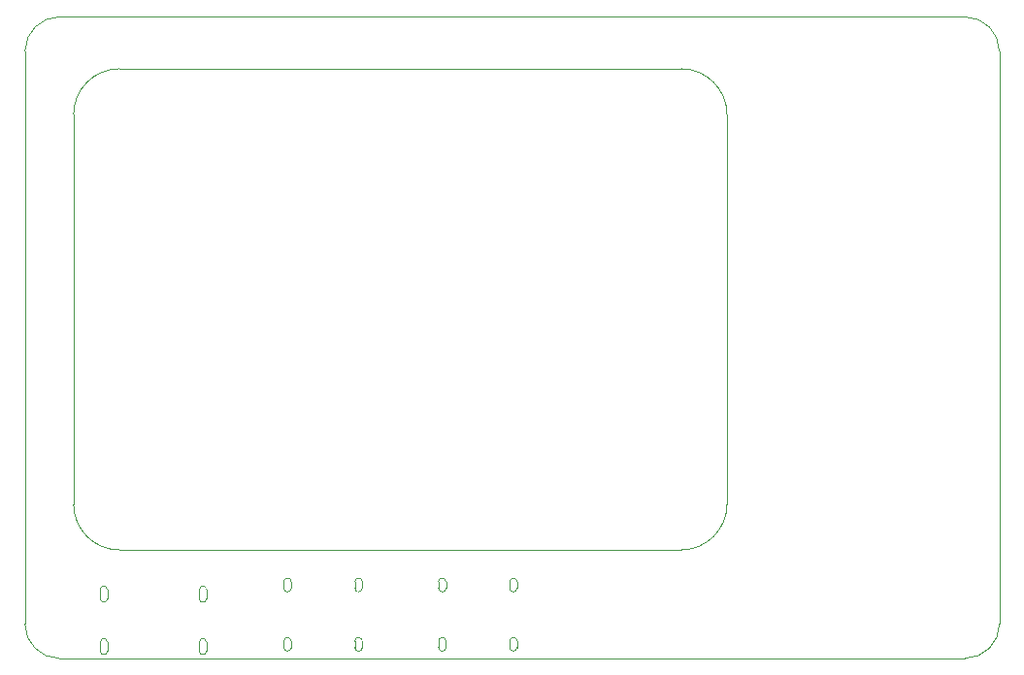
<source format=gbr>
%TF.GenerationSoftware,KiCad,Pcbnew,(5.99.0-10407-g1e8b23402c)*%
%TF.CreationDate,2021-06-04T12:52:52-06:00*%
%TF.ProjectId,mezzanine,6d657a7a-616e-4696-9e65-2e6b69636164,rev?*%
%TF.SameCoordinates,Original*%
%TF.FileFunction,Profile,NP*%
%FSLAX46Y46*%
G04 Gerber Fmt 4.6, Leading zero omitted, Abs format (unit mm)*
G04 Created by KiCad (PCBNEW (5.99.0-10407-g1e8b23402c)) date 2021-06-04 12:52:52*
%MOMM*%
%LPD*%
G01*
G04 APERTURE LIST*
%TA.AperFunction,Profile*%
%ADD10C,0.100000*%
%TD*%
%TA.AperFunction,Profile*%
%ADD11C,0.030000*%
%TD*%
G04 APERTURE END LIST*
D10*
X105000000Y-73000000D02*
G75*
G02*
X102000000Y-76000000I-3000000J0D01*
G01*
X81240000Y-28530000D02*
X81240000Y-62530000D01*
X81240000Y-62530000D02*
G75*
G02*
X77240000Y-66530000I-4000000J0D01*
G01*
X23000000Y-20000000D02*
X102000000Y-20000000D01*
X20000000Y-73000000D02*
X20000000Y-23000000D01*
X24240000Y-62530000D02*
G75*
G03*
X28240000Y-66530000I4000000J0D01*
G01*
X105000000Y-73000000D02*
X105000000Y-23000000D01*
X77240000Y-24530000D02*
G75*
G02*
X81240000Y-28530000I0J-4000000D01*
G01*
X20000000Y-73000000D02*
G75*
G03*
X23000000Y-76000000I3000000J0D01*
G01*
X20000000Y-23000000D02*
G75*
G02*
X23000000Y-20000000I3000000J0D01*
G01*
X77240000Y-66530000D02*
X28240000Y-66530000D01*
X28240000Y-24530000D02*
X77240000Y-24530000D01*
X105000000Y-23000000D02*
G75*
G03*
X102000000Y-20000000I-3000000J0D01*
G01*
X24240000Y-28530000D02*
G75*
G02*
X28240000Y-24530000I4000000J0D01*
G01*
X24240000Y-62530000D02*
X24240000Y-28530000D01*
X23000000Y-76000000D02*
X102000000Y-76000000D01*
D11*
%TO.C,J3*%
X49425000Y-75050000D02*
X49425000Y-74500000D01*
X48775000Y-74500000D02*
X48775000Y-75050000D01*
X43225000Y-75050000D02*
X43225000Y-74500000D01*
X49425000Y-69875000D02*
X49425000Y-69325000D01*
X43230000Y-69325000D02*
X43230000Y-69875000D01*
X42575000Y-74500000D02*
X42575000Y-75050000D01*
X42570000Y-69875000D02*
X42570000Y-69325000D01*
X48775000Y-69325000D02*
X48775000Y-69875000D01*
X42570000Y-69325000D02*
G75*
G02*
X43230000Y-69325000I330000J0D01*
G01*
X48775000Y-69325000D02*
G75*
G02*
X49425000Y-69325000I325000J0D01*
G01*
X42575000Y-75050000D02*
G75*
G03*
X43225000Y-75050000I325000J0D01*
G01*
X42570000Y-69875000D02*
G75*
G03*
X43230000Y-69875000I330000J0D01*
G01*
X48775000Y-75050000D02*
G75*
G03*
X49425000Y-75050000I325000J0D01*
G01*
X42575000Y-74500000D02*
G75*
G02*
X43225000Y-74500000I325000J0D01*
G01*
X48775000Y-69875000D02*
G75*
G03*
X49425000Y-69875000I325000J0D01*
G01*
X48775000Y-74500000D02*
G75*
G02*
X49425000Y-74500000I325000J0D01*
G01*
%TO.C,J2*%
X35820000Y-75370000D02*
X35820000Y-74570000D01*
X35220000Y-69990000D02*
X35220000Y-70800000D01*
X35820000Y-70800000D02*
X35820000Y-69990000D01*
X27180000Y-70790000D02*
X27180000Y-69990000D01*
X26580000Y-69990000D02*
X26580000Y-70790000D01*
X35220000Y-74570000D02*
X35220000Y-75370000D01*
X26580000Y-74570000D02*
X26580000Y-75370000D01*
X27180000Y-75370000D02*
X27180000Y-74570000D01*
X26580000Y-75370000D02*
G75*
G03*
X27180000Y-75370000I300000J0D01*
G01*
X35220000Y-74570000D02*
G75*
G02*
X35820000Y-74570000I300000J0D01*
G01*
X27180000Y-69990000D02*
G75*
G03*
X26580000Y-69990000I-300000J0D01*
G01*
X35220000Y-70800000D02*
G75*
G03*
X35820000Y-70800000I300000J0D01*
G01*
X35220000Y-69990000D02*
G75*
G02*
X35820000Y-69990000I300000J0D01*
G01*
X35220000Y-75370000D02*
G75*
G03*
X35820000Y-75370000I300000J0D01*
G01*
X26580000Y-70790000D02*
G75*
G03*
X27180000Y-70790000I300000J0D01*
G01*
X26580000Y-74570000D02*
G75*
G02*
X27180000Y-74570000I300000J0D01*
G01*
%TO.C,J4*%
X56725000Y-75050000D02*
X56725000Y-74500000D01*
X62925000Y-75050000D02*
X62925000Y-74500000D01*
X62275000Y-74500000D02*
X62275000Y-75050000D01*
X62275000Y-69325000D02*
X62275000Y-69875000D01*
X56075000Y-74500000D02*
X56075000Y-75050000D01*
X62925000Y-69875000D02*
X62925000Y-69325000D01*
X56730000Y-69325000D02*
X56730000Y-69875000D01*
X56070000Y-69875000D02*
X56070000Y-69325000D01*
X56075000Y-75050000D02*
G75*
G03*
X56725000Y-75050000I325000J0D01*
G01*
X62275000Y-74500000D02*
G75*
G02*
X62925000Y-74500000I325000J0D01*
G01*
X62275000Y-69875000D02*
G75*
G03*
X62925000Y-69875000I325000J0D01*
G01*
X62275000Y-75050000D02*
G75*
G03*
X62925000Y-75050000I325000J0D01*
G01*
X56075000Y-74500000D02*
G75*
G02*
X56725000Y-74500000I325000J0D01*
G01*
X56070000Y-69325000D02*
G75*
G02*
X56730000Y-69325000I330000J0D01*
G01*
X56070000Y-69875000D02*
G75*
G03*
X56730000Y-69875000I330000J0D01*
G01*
X62275000Y-69325000D02*
G75*
G02*
X62925000Y-69325000I325000J0D01*
G01*
%TD*%
M02*

</source>
